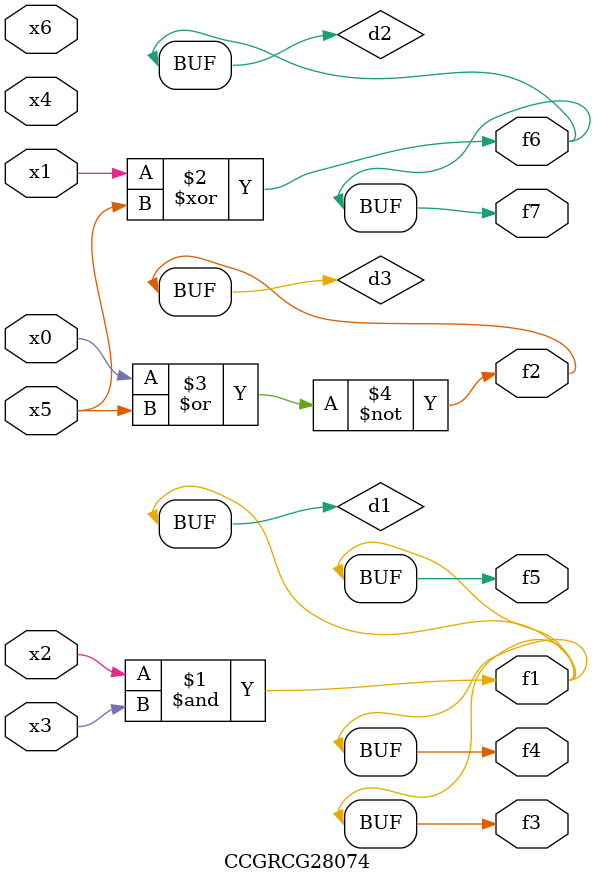
<source format=v>
module CCGRCG28074(
	input x0, x1, x2, x3, x4, x5, x6,
	output f1, f2, f3, f4, f5, f6, f7
);

	wire d1, d2, d3;

	and (d1, x2, x3);
	xor (d2, x1, x5);
	nor (d3, x0, x5);
	assign f1 = d1;
	assign f2 = d3;
	assign f3 = d1;
	assign f4 = d1;
	assign f5 = d1;
	assign f6 = d2;
	assign f7 = d2;
endmodule

</source>
